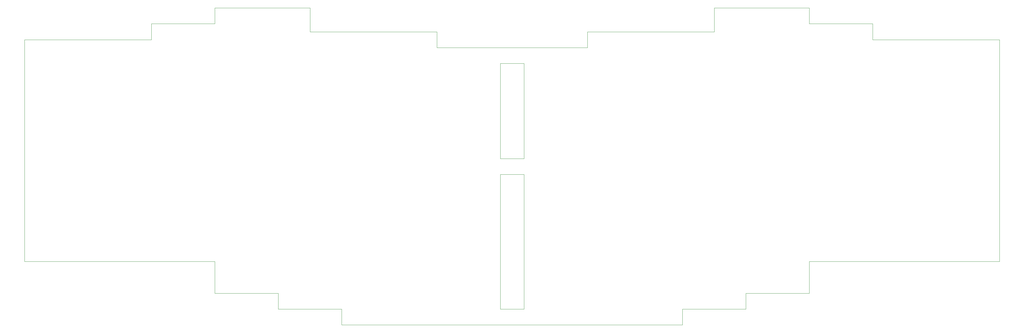
<source format=gm1>
G04 #@! TF.GenerationSoftware,KiCad,Pcbnew,7.0.8*
G04 #@! TF.CreationDate,2023-12-05T18:43:10+09:00*
G04 #@! TF.ProjectId,Keyboard,4b657962-6f61-4726-942e-6b696361645f,rev?*
G04 #@! TF.SameCoordinates,Original*
G04 #@! TF.FileFunction,Profile,NP*
%FSLAX46Y46*%
G04 Gerber Fmt 4.6, Leading zero omitted, Abs format (unit mm)*
G04 Created by KiCad (PCBNEW 7.0.8) date 2023-12-05 18:43:10*
%MOMM*%
%LPD*%
G01*
G04 APERTURE LIST*
G04 #@! TA.AperFunction,Profile*
%ADD10C,0.100000*%
G04 #@! TD*
G04 APERTURE END LIST*
D10*
X147637500Y-64293750D02*
X147637500Y-104775000D01*
X154781250Y-104775000D02*
X154781250Y-64293750D01*
X147637500Y-104775000D02*
X154781250Y-104775000D01*
X147637500Y-64293750D02*
X154781250Y-64293750D01*
X147637500Y-59531250D02*
X154781250Y-59531250D01*
X147637500Y-30956250D02*
X154781250Y-30956250D01*
X173831250Y-21431250D02*
X173831250Y-26193750D01*
X211931250Y-21431250D02*
X173831250Y-21431250D01*
X211931250Y-14287500D02*
X211931250Y-21431250D01*
X240506250Y-14287500D02*
X211931250Y-14287500D01*
X240506250Y-19050000D02*
X240506250Y-14287500D01*
X242887500Y-19050000D02*
X240506250Y-19050000D01*
X259556250Y-19050000D02*
X242887500Y-19050000D01*
X259556250Y-23812500D02*
X259556250Y-19050000D01*
X297656250Y-23812500D02*
X259556250Y-23812500D01*
X297656250Y-90487500D02*
X297656250Y-23812500D01*
X240506250Y-90487500D02*
X297656250Y-90487500D01*
X240506250Y-100012500D02*
X240506250Y-90487500D01*
X221456250Y-100012500D02*
X240506250Y-100012500D01*
X221456250Y-104775000D02*
X221456250Y-100012500D01*
X202406250Y-104775000D02*
X221456250Y-104775000D01*
X202406250Y-109537500D02*
X202406250Y-104775000D01*
X154781250Y-30956250D02*
X154781250Y-59531250D01*
X42862500Y-19050000D02*
X42862500Y-23812500D01*
X61912500Y-14287500D02*
X61912500Y-19050000D01*
X90487500Y-16668750D02*
X90487500Y-14287500D01*
X90487500Y-21431250D02*
X90487500Y-16668750D01*
X128587500Y-21431250D02*
X90487500Y-21431250D01*
X128587500Y-26193750D02*
X128587500Y-21431250D01*
X130968750Y-26193750D02*
X128587500Y-26193750D01*
X173831250Y-26193750D02*
X130968750Y-26193750D01*
X147637500Y-59531250D02*
X147637500Y-30956250D01*
X100012500Y-109537500D02*
X202406250Y-109537500D01*
X100012500Y-104775000D02*
X100012500Y-109537500D01*
X80962500Y-104775000D02*
X100012500Y-104775000D01*
X80962500Y-100012500D02*
X80962500Y-104775000D01*
X61912500Y-100012500D02*
X80962500Y-100012500D01*
X61912500Y-90487500D02*
X61912500Y-100012500D01*
X4762500Y-90487500D02*
X61912500Y-90487500D01*
X4762500Y-23812500D02*
X4762500Y-90487500D01*
X9525000Y-23812500D02*
X4762500Y-23812500D01*
X61912500Y-14287500D02*
X90487500Y-14287500D01*
X42862500Y-19050000D02*
X61912500Y-19050000D01*
X9525000Y-23812500D02*
X42862500Y-23812500D01*
M02*

</source>
